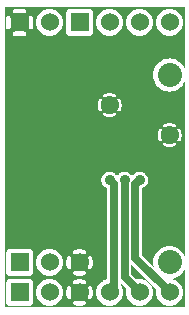
<source format=gbr>
G04 start of page 3 for group 1 idx 1 *
G04 Title: (unknown), signal (back) *
G04 Creator: pcb 20110918 *
G04 CreationDate: Sun Aug 11 05:18:20 2013 UTC *
G04 For: mokus *
G04 Format: Gerber/RS-274X *
G04 PCB-Dimensions: 60000 100000 *
G04 PCB-Coordinate-Origin: lower left *
%MOIN*%
%FSLAX25Y25*%
%LNBOTTOM*%
%ADD34C,0.0500*%
%ADD33C,0.0380*%
%ADD32C,0.0350*%
%ADD31C,0.0200*%
%ADD30C,0.0360*%
%ADD29C,0.0800*%
%ADD28C,0.0600*%
%ADD27C,0.0250*%
%ADD26C,0.0001*%
G54D26*G36*
X58284Y73072D02*X58901Y73599D01*
X59463Y74257D01*
X59916Y74995D01*
X60000Y75199D01*
Y17301D01*
X59916Y17505D01*
X59463Y18243D01*
X58901Y18901D01*
X58284Y19428D01*
Y55369D01*
X58287Y55370D01*
X58355Y55409D01*
X58416Y55458D01*
X58469Y55517D01*
X58511Y55583D01*
X58674Y55908D01*
X58803Y56248D01*
X58901Y56598D01*
X58967Y56956D01*
X59000Y57318D01*
Y57682D01*
X58967Y58044D01*
X58901Y58402D01*
X58803Y58752D01*
X58674Y59092D01*
X58515Y59419D01*
X58472Y59485D01*
X58419Y59544D01*
X58357Y59594D01*
X58288Y59633D01*
X58284Y59635D01*
Y73072D01*
G37*
G36*
X55002Y71983D02*X55863Y72051D01*
X56705Y72253D01*
X57505Y72584D01*
X58243Y73037D01*
X58284Y73072D01*
Y59635D01*
X58214Y59661D01*
X58137Y59677D01*
X58058Y59681D01*
X57979Y59673D01*
X57903Y59652D01*
X57830Y59620D01*
X57764Y59577D01*
X57705Y59524D01*
X57656Y59462D01*
X57616Y59393D01*
X57588Y59319D01*
X57572Y59242D01*
X57568Y59163D01*
X57576Y59084D01*
X57597Y59007D01*
X57630Y58936D01*
X57753Y58693D01*
X57850Y58438D01*
X57923Y58176D01*
X57972Y57908D01*
X57997Y57636D01*
Y57364D01*
X57972Y57092D01*
X57923Y56824D01*
X57850Y56562D01*
X57753Y56307D01*
X57633Y56063D01*
X57600Y55991D01*
X57579Y55916D01*
X57571Y55837D01*
X57575Y55759D01*
X57591Y55682D01*
X57619Y55608D01*
X57658Y55540D01*
X57707Y55479D01*
X57766Y55426D01*
X57832Y55383D01*
X57904Y55351D01*
X57980Y55330D01*
X58058Y55322D01*
X58136Y55326D01*
X58213Y55342D01*
X58284Y55369D01*
Y19428D01*
X58243Y19463D01*
X57505Y19916D01*
X56705Y20247D01*
X55863Y20449D01*
X55002Y20517D01*
Y53500D01*
X55182D01*
X55544Y53533D01*
X55902Y53599D01*
X56252Y53697D01*
X56592Y53826D01*
X56919Y53985D01*
X56985Y54028D01*
X57044Y54081D01*
X57094Y54143D01*
X57133Y54212D01*
X57161Y54286D01*
X57177Y54363D01*
X57181Y54442D01*
X57173Y54521D01*
X57152Y54597D01*
X57120Y54670D01*
X57077Y54736D01*
X57024Y54795D01*
X56962Y54844D01*
X56893Y54884D01*
X56819Y54912D01*
X56742Y54928D01*
X56663Y54932D01*
X56584Y54924D01*
X56507Y54903D01*
X56436Y54870D01*
X56193Y54747D01*
X55938Y54650D01*
X55676Y54577D01*
X55408Y54528D01*
X55136Y54503D01*
X55002D01*
Y60497D01*
X55136D01*
X55408Y60472D01*
X55676Y60423D01*
X55938Y60350D01*
X56193Y60253D01*
X56437Y60133D01*
X56509Y60100D01*
X56584Y60079D01*
X56663Y60071D01*
X56741Y60075D01*
X56818Y60091D01*
X56892Y60119D01*
X56960Y60158D01*
X57021Y60207D01*
X57074Y60266D01*
X57117Y60332D01*
X57149Y60404D01*
X57170Y60480D01*
X57178Y60558D01*
X57174Y60636D01*
X57158Y60713D01*
X57130Y60787D01*
X57091Y60855D01*
X57042Y60916D01*
X56983Y60969D01*
X56917Y61011D01*
X56592Y61174D01*
X56252Y61303D01*
X55902Y61401D01*
X55544Y61467D01*
X55182Y61500D01*
X55002D01*
Y71983D01*
G37*
G36*
Y100000D02*X60000D01*
Y79801D01*
X59916Y80005D01*
X59463Y80743D01*
X58901Y81401D01*
X58243Y81963D01*
X57505Y82416D01*
X56705Y82747D01*
X55863Y82949D01*
X55002Y83017D01*
Y90486D01*
X55706Y90542D01*
X56395Y90707D01*
X57049Y90978D01*
X57653Y91348D01*
X58192Y91808D01*
X58652Y92347D01*
X59022Y92951D01*
X59293Y93605D01*
X59458Y94294D01*
X59500Y95000D01*
X59458Y95706D01*
X59293Y96395D01*
X59022Y97049D01*
X58652Y97653D01*
X58192Y98192D01*
X57653Y98652D01*
X57049Y99022D01*
X56395Y99293D01*
X55706Y99458D01*
X55002Y99514D01*
Y100000D01*
G37*
G36*
Y486D02*X55706Y542D01*
X56395Y707D01*
X57049Y978D01*
X57653Y1348D01*
X58192Y1808D01*
X58652Y2347D01*
X59022Y2951D01*
X59293Y3605D01*
X59458Y4294D01*
X59500Y5000D01*
X59458Y5706D01*
X59293Y6395D01*
X59022Y7049D01*
X58652Y7653D01*
X58192Y8192D01*
X57653Y8652D01*
X57049Y9022D01*
X56395Y9293D01*
X55706Y9458D01*
X55196Y9498D01*
X55863Y9551D01*
X56705Y9753D01*
X57505Y10084D01*
X58243Y10537D01*
X58901Y11099D01*
X59463Y11757D01*
X59916Y12495D01*
X60000Y12699D01*
Y0D01*
X55002D01*
Y486D01*
G37*
G36*
X51716Y73072D02*X51757Y73037D01*
X52495Y72584D01*
X53295Y72253D01*
X54137Y72051D01*
X55000Y71983D01*
X55002Y71983D01*
Y61500D01*
X54818D01*
X54456Y61467D01*
X54098Y61401D01*
X53748Y61303D01*
X53408Y61174D01*
X53081Y61015D01*
X53015Y60972D01*
X52956Y60919D01*
X52906Y60857D01*
X52867Y60788D01*
X52839Y60714D01*
X52823Y60637D01*
X52819Y60558D01*
X52827Y60479D01*
X52848Y60403D01*
X52880Y60330D01*
X52923Y60264D01*
X52976Y60205D01*
X53038Y60156D01*
X53107Y60116D01*
X53181Y60088D01*
X53258Y60072D01*
X53337Y60068D01*
X53416Y60076D01*
X53493Y60097D01*
X53564Y60130D01*
X53807Y60253D01*
X54062Y60350D01*
X54324Y60423D01*
X54592Y60472D01*
X54864Y60497D01*
X55002D01*
Y54503D01*
X54864D01*
X54592Y54528D01*
X54324Y54577D01*
X54062Y54650D01*
X53807Y54747D01*
X53563Y54867D01*
X53491Y54900D01*
X53415Y54921D01*
X53337Y54929D01*
X53259Y54925D01*
X53182Y54909D01*
X53108Y54881D01*
X53040Y54842D01*
X52979Y54793D01*
X52926Y54734D01*
X52883Y54668D01*
X52851Y54596D01*
X52830Y54520D01*
X52822Y54442D01*
X52826Y54364D01*
X52842Y54287D01*
X52870Y54213D01*
X52909Y54145D01*
X52958Y54084D01*
X53017Y54031D01*
X53083Y53989D01*
X53408Y53826D01*
X53748Y53697D01*
X54098Y53599D01*
X54456Y53533D01*
X54818Y53500D01*
X55002D01*
Y20517D01*
X55000Y20517D01*
X54137Y20449D01*
X53295Y20247D01*
X52495Y19916D01*
X51757Y19463D01*
X51716Y19428D01*
Y55365D01*
X51786Y55339D01*
X51863Y55323D01*
X51942Y55319D01*
X52021Y55327D01*
X52097Y55348D01*
X52170Y55380D01*
X52236Y55423D01*
X52295Y55476D01*
X52344Y55538D01*
X52384Y55607D01*
X52412Y55681D01*
X52428Y55758D01*
X52432Y55837D01*
X52424Y55916D01*
X52403Y55993D01*
X52370Y56064D01*
X52247Y56307D01*
X52150Y56562D01*
X52077Y56824D01*
X52028Y57092D01*
X52003Y57364D01*
Y57636D01*
X52028Y57908D01*
X52077Y58176D01*
X52150Y58438D01*
X52247Y58693D01*
X52367Y58937D01*
X52400Y59009D01*
X52421Y59085D01*
X52429Y59163D01*
X52425Y59241D01*
X52409Y59318D01*
X52381Y59392D01*
X52342Y59460D01*
X52293Y59521D01*
X52234Y59574D01*
X52168Y59617D01*
X52096Y59649D01*
X52020Y59670D01*
X51942Y59678D01*
X51864Y59674D01*
X51787Y59658D01*
X51716Y59631D01*
Y73072D01*
G37*
G36*
Y91916D02*X51808Y91808D01*
X52347Y91348D01*
X52951Y90978D01*
X53605Y90707D01*
X54294Y90542D01*
X55000Y90486D01*
X55002Y90486D01*
Y83017D01*
X55000Y83017D01*
X54137Y82949D01*
X53295Y82747D01*
X52495Y82416D01*
X51757Y81963D01*
X51716Y81928D01*
Y91916D01*
G37*
G36*
Y100000D02*X55002D01*
Y99514D01*
X55000Y99514D01*
X54294Y99458D01*
X53605Y99293D01*
X52951Y99022D01*
X52347Y98652D01*
X51808Y98192D01*
X51716Y98084D01*
Y100000D01*
G37*
G36*
Y1916D02*X51808Y1808D01*
X52347Y1348D01*
X52951Y978D01*
X53605Y707D01*
X54294Y542D01*
X55000Y486D01*
X55002Y486D01*
Y0D01*
X51716D01*
Y1916D01*
G37*
G36*
X44993Y100000D02*X51716D01*
Y98084D01*
X51348Y97653D01*
X50978Y97049D01*
X50707Y96395D01*
X50542Y95706D01*
X50486Y95000D01*
X50542Y94294D01*
X50707Y93605D01*
X50978Y92951D01*
X51348Y92347D01*
X51716Y91916D01*
Y81928D01*
X51099Y81401D01*
X50537Y80743D01*
X50084Y80005D01*
X49753Y79205D01*
X49551Y78363D01*
X49483Y77500D01*
X49551Y76637D01*
X49753Y75795D01*
X50084Y74995D01*
X50537Y74257D01*
X51099Y73599D01*
X51716Y73072D01*
Y59631D01*
X51713Y59630D01*
X51645Y59591D01*
X51584Y59542D01*
X51531Y59483D01*
X51489Y59417D01*
X51326Y59092D01*
X51197Y58752D01*
X51099Y58402D01*
X51033Y58044D01*
X51000Y57682D01*
Y57318D01*
X51033Y56956D01*
X51099Y56598D01*
X51197Y56248D01*
X51326Y55908D01*
X51485Y55581D01*
X51528Y55515D01*
X51581Y55456D01*
X51643Y55406D01*
X51712Y55367D01*
X51716Y55365D01*
Y19428D01*
X51099Y18901D01*
X50537Y18243D01*
X50084Y17505D01*
X49753Y16705D01*
X49551Y15863D01*
X49483Y15000D01*
X49551Y14137D01*
X49711Y13471D01*
X45750Y17432D01*
Y39801D01*
X45868Y39829D01*
X46275Y39997D01*
X46651Y40228D01*
X46986Y40514D01*
X47257Y40831D01*
X47272Y40849D01*
X47503Y41225D01*
X47671Y41632D01*
X47774Y42061D01*
X47800Y42500D01*
X47774Y42939D01*
X47671Y43368D01*
X47503Y43775D01*
X47272Y44151D01*
X47257Y44169D01*
X46986Y44486D01*
X46669Y44757D01*
X46651Y44772D01*
X46275Y45003D01*
X45868Y45171D01*
X45439Y45274D01*
X45000Y45309D01*
X44993Y45308D01*
Y90487D01*
X45000Y90486D01*
X45706Y90542D01*
X46395Y90707D01*
X47049Y90978D01*
X47653Y91348D01*
X48192Y91808D01*
X48652Y92347D01*
X49022Y92951D01*
X49293Y93605D01*
X49458Y94294D01*
X49500Y95000D01*
X49458Y95706D01*
X49293Y96395D01*
X49022Y97049D01*
X48652Y97653D01*
X48192Y98192D01*
X47653Y98652D01*
X47049Y99022D01*
X46395Y99293D01*
X45706Y99458D01*
X45000Y99514D01*
X44993Y99513D01*
Y100000D01*
G37*
G36*
X38284D02*X44993D01*
Y99513D01*
X44294Y99458D01*
X43605Y99293D01*
X42951Y99022D01*
X42347Y98652D01*
X41808Y98192D01*
X41348Y97653D01*
X40978Y97049D01*
X40707Y96395D01*
X40542Y95706D01*
X40486Y95000D01*
X40542Y94294D01*
X40707Y93605D01*
X40978Y92951D01*
X41348Y92347D01*
X41808Y91808D01*
X42347Y91348D01*
X42951Y90978D01*
X43605Y90707D01*
X44294Y90542D01*
X44993Y90487D01*
Y45308D01*
X44561Y45274D01*
X44132Y45171D01*
X43725Y45003D01*
X43349Y44772D01*
X43331Y44757D01*
X43014Y44486D01*
X42743Y44169D01*
X42728Y44151D01*
X42638Y44005D01*
X42500Y43779D01*
X42362Y44005D01*
X42272Y44151D01*
X41986Y44486D01*
X41651Y44772D01*
X41275Y45003D01*
X40868Y45171D01*
X40439Y45274D01*
X40000Y45309D01*
X39561Y45274D01*
X39132Y45171D01*
X38725Y45003D01*
X38349Y44772D01*
X38284Y44716D01*
Y65369D01*
X38287Y65370D01*
X38355Y65409D01*
X38416Y65458D01*
X38469Y65517D01*
X38511Y65583D01*
X38674Y65908D01*
X38803Y66248D01*
X38901Y66598D01*
X38967Y66956D01*
X39000Y67318D01*
Y67682D01*
X38967Y68044D01*
X38901Y68402D01*
X38803Y68752D01*
X38674Y69092D01*
X38515Y69419D01*
X38472Y69485D01*
X38419Y69544D01*
X38357Y69594D01*
X38288Y69633D01*
X38284Y69635D01*
Y91916D01*
X38652Y92347D01*
X39022Y92951D01*
X39293Y93605D01*
X39458Y94294D01*
X39500Y95000D01*
X39458Y95706D01*
X39293Y96395D01*
X39022Y97049D01*
X38652Y97653D01*
X38284Y98084D01*
Y100000D01*
G37*
G36*
Y44716D02*X38014Y44486D01*
X37728Y44151D01*
X37638Y44005D01*
X37529Y43826D01*
X37506Y43789D01*
X37500Y43779D01*
X37362Y44005D01*
X37272Y44151D01*
X37257Y44169D01*
X36986Y44486D01*
X36669Y44757D01*
X36651Y44772D01*
X36275Y45003D01*
X35868Y45171D01*
X35439Y45274D01*
X35002Y45309D01*
Y63500D01*
X35182D01*
X35544Y63533D01*
X35902Y63599D01*
X36252Y63697D01*
X36592Y63826D01*
X36919Y63985D01*
X36985Y64028D01*
X37044Y64081D01*
X37094Y64143D01*
X37133Y64212D01*
X37161Y64286D01*
X37177Y64363D01*
X37181Y64442D01*
X37173Y64521D01*
X37152Y64597D01*
X37120Y64670D01*
X37077Y64736D01*
X37024Y64795D01*
X36962Y64844D01*
X36893Y64884D01*
X36819Y64912D01*
X36742Y64928D01*
X36663Y64932D01*
X36584Y64924D01*
X36507Y64903D01*
X36436Y64870D01*
X36193Y64747D01*
X35938Y64650D01*
X35676Y64577D01*
X35408Y64528D01*
X35136Y64503D01*
X35002D01*
Y70497D01*
X35136D01*
X35408Y70472D01*
X35676Y70423D01*
X35938Y70350D01*
X36193Y70253D01*
X36437Y70133D01*
X36509Y70100D01*
X36584Y70079D01*
X36663Y70071D01*
X36741Y70075D01*
X36818Y70091D01*
X36892Y70119D01*
X36960Y70158D01*
X37021Y70207D01*
X37074Y70266D01*
X37117Y70332D01*
X37149Y70404D01*
X37170Y70480D01*
X37178Y70558D01*
X37174Y70636D01*
X37158Y70713D01*
X37130Y70787D01*
X37091Y70855D01*
X37042Y70916D01*
X36983Y70969D01*
X36917Y71011D01*
X36592Y71174D01*
X36252Y71303D01*
X35902Y71401D01*
X35544Y71467D01*
X35182Y71500D01*
X35002D01*
Y90486D01*
X35706Y90542D01*
X36395Y90707D01*
X37049Y90978D01*
X37653Y91348D01*
X38192Y91808D01*
X38284Y91916D01*
Y69635D01*
X38214Y69661D01*
X38137Y69677D01*
X38058Y69681D01*
X37979Y69673D01*
X37903Y69652D01*
X37830Y69620D01*
X37764Y69577D01*
X37705Y69524D01*
X37656Y69462D01*
X37616Y69393D01*
X37588Y69319D01*
X37572Y69242D01*
X37568Y69163D01*
X37576Y69084D01*
X37597Y69007D01*
X37630Y68936D01*
X37753Y68693D01*
X37850Y68438D01*
X37923Y68176D01*
X37972Y67908D01*
X37997Y67636D01*
Y67364D01*
X37972Y67092D01*
X37923Y66824D01*
X37850Y66562D01*
X37753Y66307D01*
X37633Y66063D01*
X37600Y65991D01*
X37579Y65916D01*
X37571Y65837D01*
X37575Y65759D01*
X37591Y65682D01*
X37619Y65608D01*
X37658Y65540D01*
X37707Y65479D01*
X37766Y65426D01*
X37832Y65383D01*
X37904Y65351D01*
X37980Y65330D01*
X38058Y65322D01*
X38136Y65326D01*
X38213Y65342D01*
X38284Y65369D01*
Y44716D01*
G37*
G36*
X35002Y100000D02*X38284D01*
Y98084D01*
X38192Y98192D01*
X37653Y98652D01*
X37049Y99022D01*
X36395Y99293D01*
X35706Y99458D01*
X35002Y99514D01*
Y100000D01*
G37*
G36*
Y486D02*X35706Y542D01*
X36395Y707D01*
X37049Y978D01*
X37653Y1348D01*
X38192Y1808D01*
X38652Y2347D01*
X39022Y2951D01*
X39247Y3495D01*
X39293Y3605D01*
X39458Y4294D01*
X39500Y5000D01*
X39458Y5706D01*
X39293Y6395D01*
X39022Y7049D01*
X38757Y7482D01*
X38750Y7493D01*
Y8068D01*
X40652Y6166D01*
X40542Y5706D01*
X40486Y5000D01*
X40542Y4294D01*
X40707Y3605D01*
X40753Y3495D01*
X40978Y2951D01*
X41348Y2347D01*
X41808Y1808D01*
X42347Y1348D01*
X42951Y978D01*
X43605Y707D01*
X44294Y542D01*
X45000Y486D01*
X45706Y542D01*
X46395Y707D01*
X47049Y978D01*
X47653Y1348D01*
X48192Y1808D01*
X48652Y2347D01*
X49022Y2951D01*
X49293Y3605D01*
X49458Y4294D01*
X49500Y5000D01*
X49458Y5706D01*
X49293Y6395D01*
X49022Y7049D01*
X48652Y7653D01*
X48192Y8192D01*
X47653Y8652D01*
X47049Y9022D01*
X46395Y9293D01*
X45706Y9458D01*
X45000Y9514D01*
X44294Y9458D01*
X43834Y9348D01*
X42250Y10932D01*
Y14568D01*
X50652Y6166D01*
X50542Y5706D01*
X50486Y5000D01*
X50542Y4294D01*
X50707Y3605D01*
X50978Y2951D01*
X51348Y2347D01*
X51716Y1916D01*
Y0D01*
X35002D01*
Y486D01*
G37*
G36*
X31716Y100000D02*X35002D01*
Y99514D01*
X35000Y99514D01*
X34294Y99458D01*
X33605Y99293D01*
X32951Y99022D01*
X32347Y98652D01*
X31808Y98192D01*
X31716Y98084D01*
Y100000D01*
G37*
G36*
Y1916D02*X31808Y1808D01*
X32347Y1348D01*
X32951Y978D01*
X33605Y707D01*
X34294Y542D01*
X35000Y486D01*
X35002Y486D01*
Y0D01*
X31716D01*
Y1916D01*
G37*
G36*
X32743Y44169D02*X32728Y44151D01*
X32497Y43775D01*
X32329Y43368D01*
X32226Y42939D01*
X32191Y42500D01*
X32226Y42061D01*
X32329Y41632D01*
X32497Y41225D01*
X32728Y40849D01*
X32743Y40831D01*
X33014Y40514D01*
X33349Y40228D01*
X33725Y39997D01*
X34132Y39829D01*
X34250Y39801D01*
Y9448D01*
X34243Y9446D01*
X33605Y9293D01*
X32951Y9022D01*
X32743Y8895D01*
X32347Y8652D01*
X31808Y8192D01*
X31716Y8084D01*
Y65365D01*
X31786Y65339D01*
X31863Y65323D01*
X31942Y65319D01*
X32021Y65327D01*
X32097Y65348D01*
X32170Y65380D01*
X32236Y65423D01*
X32295Y65476D01*
X32344Y65538D01*
X32384Y65607D01*
X32412Y65681D01*
X32428Y65758D01*
X32432Y65837D01*
X32424Y65916D01*
X32403Y65993D01*
X32370Y66064D01*
X32247Y66307D01*
X32150Y66562D01*
X32077Y66824D01*
X32028Y67092D01*
X32003Y67364D01*
Y67636D01*
X32028Y67908D01*
X32077Y68176D01*
X32150Y68438D01*
X32247Y68693D01*
X32367Y68937D01*
X32400Y69009D01*
X32421Y69085D01*
X32429Y69163D01*
X32425Y69241D01*
X32409Y69318D01*
X32381Y69392D01*
X32342Y69460D01*
X32293Y69521D01*
X32234Y69574D01*
X32168Y69617D01*
X32096Y69649D01*
X32020Y69670D01*
X31942Y69678D01*
X31864Y69674D01*
X31787Y69658D01*
X31716Y69631D01*
Y91916D01*
X31808Y91808D01*
X32347Y91348D01*
X32951Y90978D01*
X33605Y90707D01*
X34294Y90542D01*
X35000Y90486D01*
X35002Y90486D01*
Y71500D01*
X34818D01*
X34456Y71467D01*
X34098Y71401D01*
X33748Y71303D01*
X33408Y71174D01*
X33081Y71015D01*
X33015Y70972D01*
X32956Y70919D01*
X32906Y70857D01*
X32867Y70788D01*
X32839Y70714D01*
X32823Y70637D01*
X32819Y70558D01*
X32827Y70479D01*
X32848Y70403D01*
X32880Y70330D01*
X32923Y70264D01*
X32976Y70205D01*
X33038Y70156D01*
X33107Y70116D01*
X33181Y70088D01*
X33258Y70072D01*
X33337Y70068D01*
X33416Y70076D01*
X33493Y70097D01*
X33564Y70130D01*
X33807Y70253D01*
X34062Y70350D01*
X34324Y70423D01*
X34592Y70472D01*
X34864Y70497D01*
X35002D01*
Y64503D01*
X34864D01*
X34592Y64528D01*
X34324Y64577D01*
X34062Y64650D01*
X33807Y64747D01*
X33563Y64867D01*
X33491Y64900D01*
X33415Y64921D01*
X33337Y64929D01*
X33259Y64925D01*
X33182Y64909D01*
X33108Y64881D01*
X33040Y64842D01*
X32979Y64793D01*
X32926Y64734D01*
X32883Y64668D01*
X32851Y64596D01*
X32830Y64520D01*
X32822Y64442D01*
X32826Y64364D01*
X32842Y64287D01*
X32870Y64213D01*
X32909Y64145D01*
X32958Y64084D01*
X33017Y64031D01*
X33083Y63989D01*
X33408Y63826D01*
X33748Y63697D01*
X34098Y63599D01*
X34456Y63533D01*
X34818Y63500D01*
X35002D01*
Y45309D01*
X35000Y45309D01*
X34561Y45274D01*
X34132Y45171D01*
X33725Y45003D01*
X33349Y44772D01*
X33331Y44757D01*
X33014Y44486D01*
X32743Y44169D01*
G37*
G36*
X31716Y8084D02*X31348Y7653D01*
X30978Y7049D01*
X30707Y6395D01*
X30542Y5706D01*
X30486Y5000D01*
X30542Y4294D01*
X30707Y3605D01*
X30978Y2951D01*
X31348Y2347D01*
X31716Y1916D01*
Y0D01*
X28613D01*
Y2853D01*
X28656Y2860D01*
X28768Y2897D01*
X28873Y2952D01*
X28968Y3022D01*
X29051Y3106D01*
X29119Y3202D01*
X29170Y3308D01*
X29318Y3716D01*
X29422Y4137D01*
X29484Y4567D01*
X29505Y5000D01*
X29484Y5433D01*
X29422Y5863D01*
X29318Y6284D01*
X29175Y6694D01*
X29122Y6800D01*
X29053Y6896D01*
X28970Y6981D01*
X28875Y7051D01*
X28769Y7106D01*
X28657Y7143D01*
X28613Y7151D01*
Y12853D01*
X28656Y12860D01*
X28768Y12897D01*
X28873Y12952D01*
X28968Y13022D01*
X29051Y13106D01*
X29119Y13202D01*
X29170Y13308D01*
X29318Y13716D01*
X29422Y14137D01*
X29484Y14567D01*
X29505Y15000D01*
X29484Y15433D01*
X29422Y15863D01*
X29318Y16284D01*
X29175Y16694D01*
X29122Y16800D01*
X29053Y16896D01*
X28970Y16981D01*
X28875Y17051D01*
X28769Y17106D01*
X28657Y17143D01*
X28613Y17151D01*
Y90630D01*
X28683Y90659D01*
X28884Y90783D01*
X29064Y90936D01*
X29217Y91116D01*
X29341Y91317D01*
X29431Y91535D01*
X29486Y91765D01*
X29500Y92000D01*
X29486Y98235D01*
X29431Y98465D01*
X29341Y98683D01*
X29217Y98884D01*
X29064Y99064D01*
X28884Y99217D01*
X28683Y99341D01*
X28613Y99370D01*
Y100000D01*
X31716D01*
Y98084D01*
X31348Y97653D01*
X30978Y97049D01*
X30707Y96395D01*
X30542Y95706D01*
X30486Y95000D01*
X30542Y94294D01*
X30707Y93605D01*
X30978Y92951D01*
X31348Y92347D01*
X31716Y91916D01*
Y69631D01*
X31713Y69630D01*
X31645Y69591D01*
X31584Y69542D01*
X31531Y69483D01*
X31489Y69417D01*
X31326Y69092D01*
X31197Y68752D01*
X31099Y68402D01*
X31033Y68044D01*
X31000Y67682D01*
Y67318D01*
X31033Y66956D01*
X31099Y66598D01*
X31197Y66248D01*
X31326Y65908D01*
X31485Y65581D01*
X31528Y65515D01*
X31581Y65456D01*
X31643Y65406D01*
X31712Y65367D01*
X31716Y65365D01*
Y8084D01*
G37*
G36*
X28613Y99370D02*X28465Y99431D01*
X28235Y99486D01*
X28000Y99500D01*
X25000Y99493D01*
Y100000D01*
X28613D01*
Y99370D01*
G37*
G36*
Y0D02*X25000D01*
Y495D01*
X25433Y516D01*
X25863Y578D01*
X26284Y682D01*
X26694Y825D01*
X26800Y878D01*
X26896Y947D01*
X26981Y1030D01*
X27051Y1125D01*
X27106Y1231D01*
X27143Y1343D01*
X27163Y1460D01*
X27164Y1579D01*
X27146Y1696D01*
X27110Y1809D01*
X27057Y1915D01*
X26988Y2012D01*
X26905Y2096D01*
X26809Y2167D01*
X26704Y2221D01*
X26592Y2259D01*
X26475Y2278D01*
X26356Y2279D01*
X26239Y2261D01*
X26126Y2223D01*
X25855Y2124D01*
X25575Y2056D01*
X25289Y2014D01*
X25000Y2000D01*
Y8000D01*
X25289Y7986D01*
X25575Y7944D01*
X25855Y7876D01*
X26128Y7780D01*
X26239Y7742D01*
X26356Y7725D01*
X26474Y7725D01*
X26591Y7745D01*
X26703Y7782D01*
X26807Y7836D01*
X26902Y7906D01*
X26985Y7991D01*
X27054Y8087D01*
X27107Y8192D01*
X27143Y8305D01*
X27160Y8421D01*
X27159Y8539D01*
X27140Y8656D01*
X27103Y8768D01*
X27048Y8873D01*
X26978Y8968D01*
X26894Y9051D01*
X26798Y9119D01*
X26692Y9170D01*
X26284Y9318D01*
X25863Y9422D01*
X25433Y9484D01*
X25000Y9505D01*
Y10495D01*
X25433Y10516D01*
X25863Y10578D01*
X26284Y10682D01*
X26694Y10825D01*
X26800Y10878D01*
X26896Y10947D01*
X26981Y11030D01*
X27051Y11125D01*
X27106Y11231D01*
X27143Y11343D01*
X27163Y11460D01*
X27164Y11579D01*
X27146Y11696D01*
X27110Y11809D01*
X27057Y11915D01*
X26988Y12012D01*
X26905Y12096D01*
X26809Y12167D01*
X26704Y12221D01*
X26592Y12259D01*
X26475Y12278D01*
X26356Y12279D01*
X26239Y12261D01*
X26126Y12223D01*
X25855Y12124D01*
X25575Y12056D01*
X25289Y12014D01*
X25000Y12000D01*
Y18000D01*
X25289Y17986D01*
X25575Y17944D01*
X25855Y17876D01*
X26128Y17780D01*
X26239Y17742D01*
X26356Y17725D01*
X26474Y17725D01*
X26591Y17745D01*
X26703Y17782D01*
X26807Y17836D01*
X26902Y17906D01*
X26985Y17991D01*
X27054Y18087D01*
X27107Y18192D01*
X27143Y18305D01*
X27160Y18421D01*
X27159Y18539D01*
X27140Y18656D01*
X27103Y18768D01*
X27048Y18873D01*
X26978Y18968D01*
X26894Y19051D01*
X26798Y19119D01*
X26692Y19170D01*
X26284Y19318D01*
X25863Y19422D01*
X25433Y19484D01*
X25000Y19505D01*
Y90507D01*
X28235Y90514D01*
X28465Y90569D01*
X28613Y90630D01*
Y17151D01*
X28540Y17163D01*
X28421Y17164D01*
X28304Y17146D01*
X28191Y17110D01*
X28085Y17057D01*
X27988Y16988D01*
X27904Y16905D01*
X27833Y16809D01*
X27779Y16704D01*
X27741Y16592D01*
X27722Y16475D01*
X27721Y16356D01*
X27739Y16239D01*
X27777Y16126D01*
X27876Y15855D01*
X27944Y15575D01*
X27986Y15289D01*
X28000Y15000D01*
X27986Y14711D01*
X27944Y14425D01*
X27876Y14145D01*
X27780Y13872D01*
X27742Y13761D01*
X27725Y13644D01*
X27725Y13526D01*
X27745Y13409D01*
X27782Y13297D01*
X27836Y13193D01*
X27906Y13098D01*
X27991Y13015D01*
X28087Y12946D01*
X28192Y12893D01*
X28305Y12857D01*
X28421Y12840D01*
X28539Y12841D01*
X28613Y12853D01*
Y7151D01*
X28540Y7163D01*
X28421Y7164D01*
X28304Y7146D01*
X28191Y7110D01*
X28085Y7057D01*
X27988Y6988D01*
X27904Y6905D01*
X27833Y6809D01*
X27779Y6704D01*
X27741Y6592D01*
X27722Y6475D01*
X27721Y6356D01*
X27739Y6239D01*
X27777Y6126D01*
X27876Y5855D01*
X27944Y5575D01*
X27986Y5289D01*
X28000Y5000D01*
X27986Y4711D01*
X27944Y4425D01*
X27876Y4145D01*
X27780Y3872D01*
X27742Y3761D01*
X27725Y3644D01*
X27725Y3526D01*
X27745Y3409D01*
X27782Y3297D01*
X27836Y3193D01*
X27906Y3098D01*
X27991Y3015D01*
X28087Y2946D01*
X28192Y2893D01*
X28305Y2857D01*
X28421Y2840D01*
X28539Y2841D01*
X28613Y2853D01*
Y0D01*
G37*
G36*
X21387Y100000D02*X25000D01*
Y99493D01*
X21765Y99486D01*
X21535Y99431D01*
X21387Y99370D01*
Y100000D01*
G37*
G36*
X25000Y0D02*X21387D01*
Y2849D01*
X21460Y2837D01*
X21579Y2836D01*
X21696Y2854D01*
X21809Y2890D01*
X21915Y2943D01*
X22012Y3012D01*
X22096Y3095D01*
X22167Y3191D01*
X22221Y3296D01*
X22259Y3408D01*
X22278Y3525D01*
X22279Y3644D01*
X22261Y3761D01*
X22223Y3874D01*
X22124Y4145D01*
X22056Y4425D01*
X22014Y4711D01*
X22000Y5000D01*
X22014Y5289D01*
X22056Y5575D01*
X22124Y5855D01*
X22220Y6128D01*
X22258Y6239D01*
X22275Y6356D01*
X22275Y6474D01*
X22255Y6591D01*
X22218Y6703D01*
X22164Y6807D01*
X22094Y6902D01*
X22009Y6985D01*
X21913Y7054D01*
X21808Y7107D01*
X21695Y7143D01*
X21579Y7160D01*
X21461Y7159D01*
X21387Y7147D01*
Y12849D01*
X21460Y12837D01*
X21579Y12836D01*
X21696Y12854D01*
X21809Y12890D01*
X21915Y12943D01*
X22012Y13012D01*
X22096Y13095D01*
X22167Y13191D01*
X22221Y13296D01*
X22259Y13408D01*
X22278Y13525D01*
X22279Y13644D01*
X22261Y13761D01*
X22223Y13874D01*
X22124Y14145D01*
X22056Y14425D01*
X22014Y14711D01*
X22000Y15000D01*
X22014Y15289D01*
X22056Y15575D01*
X22124Y15855D01*
X22220Y16128D01*
X22258Y16239D01*
X22275Y16356D01*
X22275Y16474D01*
X22255Y16591D01*
X22218Y16703D01*
X22164Y16807D01*
X22094Y16902D01*
X22009Y16985D01*
X21913Y17054D01*
X21808Y17107D01*
X21695Y17143D01*
X21579Y17160D01*
X21461Y17159D01*
X21387Y17147D01*
Y90630D01*
X21535Y90569D01*
X21765Y90514D01*
X22000Y90500D01*
X25000Y90507D01*
Y19505D01*
X24567Y19484D01*
X24137Y19422D01*
X23716Y19318D01*
X23306Y19175D01*
X23200Y19122D01*
X23104Y19053D01*
X23019Y18970D01*
X22949Y18875D01*
X22894Y18769D01*
X22857Y18657D01*
X22837Y18540D01*
X22836Y18421D01*
X22854Y18304D01*
X22890Y18191D01*
X22943Y18085D01*
X23012Y17988D01*
X23095Y17904D01*
X23191Y17833D01*
X23296Y17779D01*
X23408Y17741D01*
X23525Y17722D01*
X23644Y17721D01*
X23761Y17739D01*
X23874Y17777D01*
X24145Y17876D01*
X24425Y17944D01*
X24711Y17986D01*
X25000Y18000D01*
Y12000D01*
X24711Y12014D01*
X24425Y12056D01*
X24145Y12124D01*
X23872Y12220D01*
X23761Y12258D01*
X23644Y12275D01*
X23526Y12275D01*
X23409Y12255D01*
X23297Y12218D01*
X23193Y12164D01*
X23098Y12094D01*
X23015Y12009D01*
X22946Y11913D01*
X22893Y11808D01*
X22857Y11695D01*
X22840Y11579D01*
X22841Y11461D01*
X22860Y11344D01*
X22897Y11232D01*
X22952Y11127D01*
X23022Y11032D01*
X23106Y10949D01*
X23202Y10881D01*
X23308Y10830D01*
X23716Y10682D01*
X24137Y10578D01*
X24567Y10516D01*
X25000Y10495D01*
Y9505D01*
X24567Y9484D01*
X24137Y9422D01*
X23716Y9318D01*
X23306Y9175D01*
X23200Y9122D01*
X23104Y9053D01*
X23019Y8970D01*
X22949Y8875D01*
X22894Y8769D01*
X22857Y8657D01*
X22837Y8540D01*
X22836Y8421D01*
X22854Y8304D01*
X22890Y8191D01*
X22943Y8085D01*
X23012Y7988D01*
X23095Y7904D01*
X23191Y7833D01*
X23296Y7779D01*
X23408Y7741D01*
X23525Y7722D01*
X23644Y7721D01*
X23761Y7739D01*
X23874Y7777D01*
X24145Y7876D01*
X24425Y7944D01*
X24711Y7986D01*
X25000Y8000D01*
Y2000D01*
X24711Y2014D01*
X24425Y2056D01*
X24145Y2124D01*
X23872Y2220D01*
X23761Y2258D01*
X23644Y2275D01*
X23526Y2275D01*
X23409Y2255D01*
X23297Y2218D01*
X23193Y2164D01*
X23098Y2094D01*
X23015Y2009D01*
X22946Y1913D01*
X22893Y1808D01*
X22857Y1695D01*
X22840Y1579D01*
X22841Y1461D01*
X22860Y1344D01*
X22897Y1232D01*
X22952Y1127D01*
X23022Y1032D01*
X23106Y949D01*
X23202Y881D01*
X23308Y830D01*
X23716Y682D01*
X24137Y578D01*
X24567Y516D01*
X25000Y495D01*
Y0D01*
G37*
G36*
X21387D02*X14993D01*
Y487D01*
X15000Y486D01*
X15706Y542D01*
X16395Y707D01*
X17049Y978D01*
X17653Y1348D01*
X18192Y1808D01*
X18652Y2347D01*
X19022Y2951D01*
X19293Y3605D01*
X19458Y4294D01*
X19500Y5000D01*
X19458Y5706D01*
X19293Y6395D01*
X19022Y7049D01*
X18652Y7653D01*
X18192Y8192D01*
X17653Y8652D01*
X17049Y9022D01*
X16395Y9293D01*
X15706Y9458D01*
X15000Y9514D01*
X14993Y9513D01*
Y10487D01*
X15000Y10486D01*
X15706Y10542D01*
X16395Y10707D01*
X17049Y10978D01*
X17653Y11348D01*
X18192Y11808D01*
X18652Y12347D01*
X19022Y12951D01*
X19293Y13605D01*
X19458Y14294D01*
X19500Y15000D01*
X19458Y15706D01*
X19293Y16395D01*
X19022Y17049D01*
X18652Y17653D01*
X18192Y18192D01*
X17653Y18652D01*
X17049Y19022D01*
X16395Y19293D01*
X15706Y19458D01*
X15000Y19514D01*
X14993Y19513D01*
Y90487D01*
X15000Y90486D01*
X15706Y90542D01*
X16395Y90707D01*
X17049Y90978D01*
X17653Y91348D01*
X18192Y91808D01*
X18652Y92347D01*
X19022Y92951D01*
X19293Y93605D01*
X19458Y94294D01*
X19500Y95000D01*
X19458Y95706D01*
X19293Y96395D01*
X19022Y97049D01*
X18652Y97653D01*
X18192Y98192D01*
X17653Y98652D01*
X17049Y99022D01*
X16395Y99293D01*
X15706Y99458D01*
X15000Y99514D01*
X14993Y99513D01*
Y100000D01*
X21387D01*
Y99370D01*
X21317Y99341D01*
X21116Y99217D01*
X20936Y99064D01*
X20783Y98884D01*
X20659Y98683D01*
X20569Y98465D01*
X20514Y98235D01*
X20500Y98000D01*
X20514Y91765D01*
X20569Y91535D01*
X20659Y91317D01*
X20783Y91116D01*
X20936Y90936D01*
X21116Y90783D01*
X21317Y90659D01*
X21387Y90630D01*
Y17147D01*
X21344Y17140D01*
X21232Y17103D01*
X21127Y17048D01*
X21032Y16978D01*
X20949Y16894D01*
X20881Y16798D01*
X20830Y16692D01*
X20682Y16284D01*
X20578Y15863D01*
X20516Y15433D01*
X20495Y15000D01*
X20516Y14567D01*
X20578Y14137D01*
X20682Y13716D01*
X20825Y13306D01*
X20878Y13200D01*
X20947Y13104D01*
X21030Y13019D01*
X21125Y12949D01*
X21231Y12894D01*
X21343Y12857D01*
X21387Y12849D01*
Y7147D01*
X21344Y7140D01*
X21232Y7103D01*
X21127Y7048D01*
X21032Y6978D01*
X20949Y6894D01*
X20881Y6798D01*
X20830Y6692D01*
X20682Y6284D01*
X20578Y5863D01*
X20516Y5433D01*
X20495Y5000D01*
X20516Y4567D01*
X20578Y4137D01*
X20682Y3716D01*
X20825Y3306D01*
X20878Y3200D01*
X20947Y3104D01*
X21030Y3019D01*
X21125Y2949D01*
X21231Y2894D01*
X21343Y2857D01*
X21387Y2849D01*
Y0D01*
G37*
G36*
X14993D02*X8750D01*
Y700D01*
X8884Y783D01*
X9064Y936D01*
X9217Y1116D01*
X9341Y1317D01*
X9431Y1535D01*
X9486Y1765D01*
X9500Y2000D01*
X9486Y8235D01*
X9431Y8465D01*
X9341Y8683D01*
X9217Y8884D01*
X9064Y9064D01*
X8884Y9217D01*
X8750Y9300D01*
Y10700D01*
X8884Y10783D01*
X9064Y10936D01*
X9217Y11116D01*
X9341Y11317D01*
X9431Y11535D01*
X9486Y11765D01*
X9500Y12000D01*
X9486Y18235D01*
X9431Y18465D01*
X9341Y18683D01*
X9217Y18884D01*
X9064Y19064D01*
X8884Y19217D01*
X8750Y19300D01*
Y92748D01*
X8868Y92757D01*
X8982Y92785D01*
X9092Y92830D01*
X9192Y92891D01*
X9282Y92968D01*
X9359Y93058D01*
X9420Y93158D01*
X9465Y93268D01*
X9493Y93382D01*
X9500Y93500D01*
Y96500D01*
X9493Y96618D01*
X9465Y96732D01*
X9420Y96842D01*
X9359Y96942D01*
X9282Y97032D01*
X9192Y97109D01*
X9092Y97170D01*
X8982Y97215D01*
X8868Y97243D01*
X8750Y97252D01*
Y100000D01*
X14993D01*
Y99513D01*
X14294Y99458D01*
X13605Y99293D01*
X12951Y99022D01*
X12347Y98652D01*
X11808Y98192D01*
X11348Y97653D01*
X10978Y97049D01*
X10707Y96395D01*
X10542Y95706D01*
X10486Y95000D01*
X10542Y94294D01*
X10707Y93605D01*
X10978Y92951D01*
X11348Y92347D01*
X11808Y91808D01*
X12347Y91348D01*
X12951Y90978D01*
X13605Y90707D01*
X14294Y90542D01*
X14993Y90487D01*
Y19513D01*
X14294Y19458D01*
X13605Y19293D01*
X12951Y19022D01*
X12347Y18652D01*
X11808Y18192D01*
X11348Y17653D01*
X10978Y17049D01*
X10707Y16395D01*
X10542Y15706D01*
X10486Y15000D01*
X10542Y14294D01*
X10707Y13605D01*
X10978Y12951D01*
X11348Y12347D01*
X11808Y11808D01*
X12347Y11348D01*
X12951Y10978D01*
X13605Y10707D01*
X14294Y10542D01*
X14993Y10487D01*
Y9513D01*
X14294Y9458D01*
X13605Y9293D01*
X12951Y9022D01*
X12347Y8652D01*
X11808Y8192D01*
X11348Y7653D01*
X10978Y7049D01*
X10707Y6395D01*
X10542Y5706D01*
X10486Y5000D01*
X10542Y4294D01*
X10707Y3605D01*
X10978Y2951D01*
X11348Y2347D01*
X11808Y1808D01*
X12347Y1348D01*
X12951Y978D01*
X13605Y707D01*
X14294Y542D01*
X14993Y487D01*
Y0D01*
G37*
G36*
X8750Y19300D02*X8683Y19341D01*
X8465Y19431D01*
X8235Y19486D01*
X8000Y19500D01*
X5000Y19493D01*
Y90500D01*
X6500D01*
X6618Y90507D01*
X6732Y90535D01*
X6842Y90580D01*
X6942Y90641D01*
X7032Y90718D01*
X7109Y90808D01*
X7170Y90908D01*
X7215Y91018D01*
X7243Y91132D01*
X7252Y91250D01*
X7243Y91368D01*
X7215Y91482D01*
X7170Y91592D01*
X7109Y91692D01*
X7032Y91782D01*
X6942Y91859D01*
X6842Y91920D01*
X6732Y91965D01*
X6618Y91993D01*
X6500Y92000D01*
X5000D01*
Y98000D01*
X6500D01*
X6618Y98007D01*
X6732Y98035D01*
X6842Y98080D01*
X6942Y98141D01*
X7032Y98218D01*
X7109Y98308D01*
X7170Y98408D01*
X7215Y98518D01*
X7243Y98632D01*
X7252Y98750D01*
X7243Y98868D01*
X7215Y98982D01*
X7170Y99092D01*
X7109Y99192D01*
X7032Y99282D01*
X6942Y99359D01*
X6842Y99420D01*
X6732Y99465D01*
X6618Y99493D01*
X6500Y99500D01*
X5000D01*
Y100000D01*
X8750D01*
Y97252D01*
X8632Y97243D01*
X8518Y97215D01*
X8408Y97170D01*
X8308Y97109D01*
X8218Y97032D01*
X8141Y96942D01*
X8080Y96842D01*
X8035Y96732D01*
X8007Y96618D01*
X8000Y96500D01*
Y93500D01*
X8007Y93382D01*
X8035Y93268D01*
X8080Y93158D01*
X8141Y93058D01*
X8218Y92968D01*
X8308Y92891D01*
X8408Y92830D01*
X8518Y92785D01*
X8632Y92757D01*
X8750Y92748D01*
Y19300D01*
G37*
G36*
Y9300D02*X8683Y9341D01*
X8465Y9431D01*
X8235Y9486D01*
X8000Y9500D01*
X5000Y9493D01*
Y10507D01*
X8235Y10514D01*
X8465Y10569D01*
X8683Y10659D01*
X8750Y10700D01*
Y9300D01*
G37*
G36*
Y0D02*X5000D01*
Y507D01*
X8235Y514D01*
X8465Y569D01*
X8683Y659D01*
X8750Y700D01*
Y0D01*
G37*
G36*
X1250Y10700D02*X1317Y10659D01*
X1535Y10569D01*
X1765Y10514D01*
X2000Y10500D01*
X5000Y10507D01*
Y9493D01*
X1765Y9486D01*
X1535Y9431D01*
X1317Y9341D01*
X1250Y9300D01*
Y10700D01*
G37*
G36*
Y100000D02*X5000D01*
Y99500D01*
X3500D01*
X3382Y99493D01*
X3268Y99465D01*
X3158Y99420D01*
X3058Y99359D01*
X2968Y99282D01*
X2891Y99192D01*
X2830Y99092D01*
X2785Y98982D01*
X2757Y98868D01*
X2748Y98750D01*
X2757Y98632D01*
X2785Y98518D01*
X2830Y98408D01*
X2891Y98308D01*
X2968Y98218D01*
X3058Y98141D01*
X3158Y98080D01*
X3268Y98035D01*
X3382Y98007D01*
X3500Y98000D01*
X5000D01*
Y92000D01*
X3500D01*
X3382Y91993D01*
X3268Y91965D01*
X3158Y91920D01*
X3058Y91859D01*
X2968Y91782D01*
X2891Y91692D01*
X2830Y91592D01*
X2785Y91482D01*
X2757Y91368D01*
X2748Y91250D01*
X2757Y91132D01*
X2785Y91018D01*
X2830Y90908D01*
X2891Y90808D01*
X2968Y90718D01*
X3058Y90641D01*
X3158Y90580D01*
X3268Y90535D01*
X3382Y90507D01*
X3500Y90500D01*
X5000D01*
Y19493D01*
X1765Y19486D01*
X1535Y19431D01*
X1317Y19341D01*
X1250Y19300D01*
Y92748D01*
X1368Y92757D01*
X1482Y92785D01*
X1592Y92830D01*
X1692Y92891D01*
X1782Y92968D01*
X1859Y93058D01*
X1920Y93158D01*
X1965Y93268D01*
X1993Y93382D01*
X2000Y93500D01*
Y96500D01*
X1993Y96618D01*
X1965Y96732D01*
X1920Y96842D01*
X1859Y96942D01*
X1782Y97032D01*
X1692Y97109D01*
X1592Y97170D01*
X1482Y97215D01*
X1368Y97243D01*
X1250Y97252D01*
Y100000D01*
G37*
G36*
X5000Y0D02*X1250D01*
Y700D01*
X1317Y659D01*
X1535Y569D01*
X1765Y514D01*
X2000Y500D01*
X5000Y507D01*
Y0D01*
G37*
G36*
X1250D02*X0D01*
Y100000D01*
X1250D01*
Y97252D01*
X1132Y97243D01*
X1018Y97215D01*
X908Y97170D01*
X808Y97109D01*
X718Y97032D01*
X641Y96942D01*
X580Y96842D01*
X535Y96732D01*
X507Y96618D01*
X500Y96500D01*
Y93500D01*
X507Y93382D01*
X535Y93268D01*
X580Y93158D01*
X641Y93058D01*
X718Y92968D01*
X808Y92891D01*
X908Y92830D01*
X1018Y92785D01*
X1132Y92757D01*
X1250Y92748D01*
Y19300D01*
X1116Y19217D01*
X936Y19064D01*
X783Y18884D01*
X659Y18683D01*
X569Y18465D01*
X514Y18235D01*
X500Y18000D01*
X514Y11765D01*
X569Y11535D01*
X659Y11317D01*
X783Y11116D01*
X936Y10936D01*
X1116Y10783D01*
X1250Y10700D01*
Y9300D01*
X1116Y9217D01*
X936Y9064D01*
X783Y8884D01*
X659Y8683D01*
X569Y8465D01*
X514Y8235D01*
X500Y8000D01*
X514Y1765D01*
X569Y1535D01*
X659Y1317D01*
X783Y1116D01*
X936Y936D01*
X1116Y783D01*
X1250Y700D01*
Y0D01*
G37*
G54D27*X40000Y10000D02*X45000Y5000D01*
X35000D02*X36500Y6500D01*
X55000Y5000D02*X43500Y16500D01*
X40000Y42500D02*Y10000D01*
X36500Y6500D02*Y41000D01*
X35000Y42500D01*
X43500Y16500D02*Y41000D01*
X45000Y42500D01*
G54D26*G36*
X22000Y98000D02*Y92000D01*
X28000D01*
Y98000D01*
X22000D01*
G37*
G54D28*X35000Y95000D03*
X45000D03*
X55000D03*
G54D29*Y77500D03*
G54D26*G36*
X2000Y18000D02*Y12000D01*
X8000D01*
Y18000D01*
X2000D01*
G37*
G54D28*X15000Y15000D03*
X25000D03*
G54D29*X55000D03*
G54D26*G36*
X2000Y98000D02*Y92000D01*
X8000D01*
Y98000D01*
X2000D01*
G37*
G54D28*X15000Y95000D03*
G54D26*G36*
X2000Y8000D02*Y2000D01*
X8000D01*
Y8000D01*
X2000D01*
G37*
G54D28*X15000Y5000D03*
X25000D03*
X35000D03*
X45000D03*
X55000D03*
G54D30*X40000Y42500D03*
X35000D03*
G54D28*X55000Y57500D03*
X35000Y67500D03*
G54D30*X45000Y42500D03*
G54D31*G54D32*G54D31*G54D33*G54D34*G54D33*G54D34*G54D33*M02*

</source>
